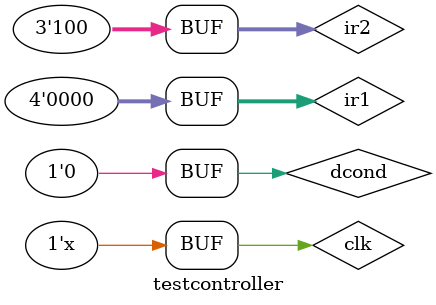
<source format=v>
`timescale 1ns / 1ps


module testcontroller;

	// Inputs
	reg clk;
	reg [3:0] ir1;
	reg [2:0] ir2;
	reg dcond;

	// Outputs
	wire memwr;
	wire memrd;
	wire tmar;
	wire ldmar;
	wire tmdr;
	wire ldmdr;
	wire rd;
	wire wr;
	wire tsp;
	wire ldsp;
	wire tpc;
	wire ldpc;
	wire tir;
	wire ldir;
	wire ldt;
	wire m1;
	wire m2;
	wire [2:0] fnsel;

	// Instantiate the Unit Under Test (UUT)
	controller uut (
		.clk(clk), 
		.ir1(ir1), 
		.ir2(ir2), 
		.dcond(dcond), 
		.memwr(memwr), 
		.memrd(memrd), 
		.tmar(tmar), 
		.ldmar(ldmar), 
		.tmdr(tmdr), 
		.ldmdr(ldmdr), 
		.rd(rd), 
		.wr(wr), 
		.tsp(tsp), 
		.ldsp(ldsp), 
		.tpc(tpc), 
		.ldpc(ldpc), 
		.tir(tir), 
		.ldir(ldir), 
		.ldt(ldt), 
		.m1(m1), 
		.m2(m2), 
		.fnsel(fnsel)
	);

	initial begin
		// Initialize Inputs
		clk = 0;
		ir1 = 4'b0000;
		ir2 = 3'b100;
		dcond = 0;

		// Wait 100 ns for global reset to finish
		#100;
        
		// Add stimulus here

	end
	always
	begin
		#5 clk = !clk;
	end
      
endmodule


</source>
